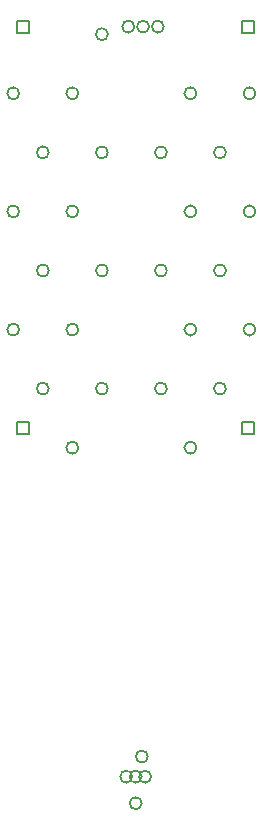
<source format=gbr>
%TF.GenerationSoftware,Altium Limited,Altium Designer,23.3.1 (30)*%
G04 Layer_Color=2752767*
%FSLAX26Y26*%
%MOIN*%
%TF.SameCoordinates,8EB50123-24BD-4293-BAC2-458A60E0733E*%
%TF.FilePolarity,Positive*%
%TF.FileFunction,Drawing*%
%TF.Part,Single*%
G01*
G75*
%TA.AperFunction,NonConductor*%
%ADD37C,0.005000*%
%ADD38C,0.006667*%
D37*
X354016Y1200472D02*
Y1240472D01*
X394016D01*
Y1200472D01*
X354016D01*
X-394016D02*
Y1240472D01*
X-354016D01*
Y1200472D01*
X-394016D01*
X354016Y2539055D02*
Y2579055D01*
X394016D01*
Y2539055D01*
X354016D01*
X-394016D02*
Y2579055D01*
X-354016D01*
Y2539055D01*
X-394016D01*
D38*
X51496Y59055D02*
G03*
X51496Y59055I-20000J0D01*
G01*
X20000D02*
G03*
X20000Y59055I-20000J0D01*
G01*
X40433Y125984D02*
G03*
X40433Y125984I-20000J0D01*
G01*
X-92716Y1746260D02*
G03*
X-92716Y1746260I-20000J0D01*
G01*
Y2139961D02*
G03*
X-92716Y2139961I-20000J0D01*
G01*
X399410Y1943110D02*
G03*
X399410Y1943110I-20000J0D01*
G01*
X202559Y2336811D02*
G03*
X202559Y2336811I-20000J0D01*
G01*
X-289567Y1352559D02*
G03*
X-289567Y1352559I-20000J0D01*
G01*
X-387992Y2336811D02*
G03*
X-387992Y2336811I-20000J0D01*
G01*
X-191142D02*
G03*
X-191142Y2336811I-20000J0D01*
G01*
X-387992Y1549410D02*
G03*
X-387992Y1549410I-20000J0D01*
G01*
X-289567Y1746260D02*
G03*
X-289567Y1746260I-20000J0D01*
G01*
Y2139961D02*
G03*
X-289567Y2139961I-20000J0D01*
G01*
X-191142Y1549410D02*
G03*
X-191142Y1549410I-20000J0D01*
G01*
X-387992Y1943110D02*
G03*
X-387992Y1943110I-20000J0D01*
G01*
X-92716Y2533662D02*
G03*
X-92716Y2533662I-20000J0D01*
G01*
X104134Y1746260D02*
G03*
X104134Y1746260I-20000J0D01*
G01*
X-191142Y1155709D02*
G03*
X-191142Y1155709I-20000J0D01*
G01*
Y1943110D02*
G03*
X-191142Y1943110I-20000J0D01*
G01*
X399410Y2336811D02*
G03*
X399410Y2336811I-20000J0D01*
G01*
X104134Y1352559D02*
G03*
X104134Y1352559I-20000J0D01*
G01*
X300984Y1746260D02*
G03*
X300984Y1746260I-20000J0D01*
G01*
X202559Y1155709D02*
G03*
X202559Y1155709I-20000J0D01*
G01*
Y1549410D02*
G03*
X202559Y1549410I-20000J0D01*
G01*
Y1943110D02*
G03*
X202559Y1943110I-20000J0D01*
G01*
X104134Y2139961D02*
G03*
X104134Y2139961I-20000J0D01*
G01*
X-92716Y1352559D02*
G03*
X-92716Y1352559I-20000J0D01*
G01*
X300984D02*
G03*
X300984Y1352559I-20000J0D01*
G01*
Y2139961D02*
G03*
X300984Y2139961I-20000J0D01*
G01*
X399410Y1549410D02*
G03*
X399410Y1549410I-20000J0D01*
G01*
X93819Y2559055D02*
G03*
X93819Y2559055I-20000J0D01*
G01*
X44606D02*
G03*
X44606Y2559055I-20000J0D01*
G01*
X-4606D02*
G03*
X-4606Y2559055I-20000J0D01*
G01*
X-11496Y59055D02*
G03*
X-11496Y59055I-20000J0D01*
G01*
X20000Y-29528D02*
G03*
X20000Y-29528I-20000J0D01*
G01*
%TF.MD5,820eaba62ee95efc58e4ca0fb4f6e3ca*%
M02*

</source>
